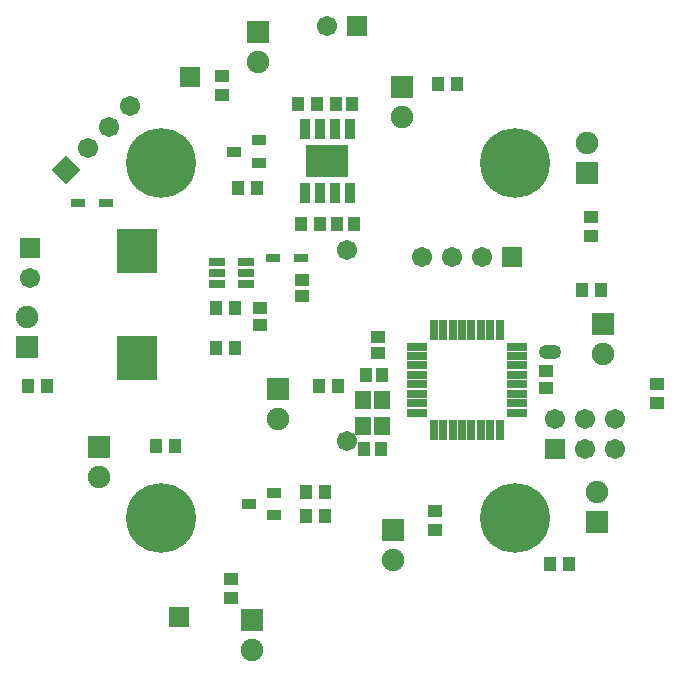
<source format=gts>
G04 Layer_Color=8388736*
%FSLAX24Y24*%
%MOIN*%
G70*
G01*
G75*
%ADD48R,0.0533X0.0631*%
%ADD49R,0.0470X0.0387*%
%ADD50R,0.0434X0.0454*%
%ADD51R,0.0454X0.0434*%
%ADD52R,0.0513X0.0336*%
%ADD53R,0.0387X0.0470*%
%ADD54R,0.1419X0.1069*%
%ADD55R,0.0356X0.0680*%
%ADD56R,0.0513X0.0277*%
%ADD57R,0.0661X0.0316*%
%ADD58R,0.0316X0.0661*%
%ADD59R,0.0552X0.0316*%
%ADD60R,0.1340X0.1478*%
%ADD61R,0.0749X0.0749*%
%ADD62C,0.0749*%
%ADD63R,0.0671X0.0671*%
%ADD64C,0.0671*%
%ADD65C,0.2324*%
%ADD66P,0.0948X4X90.0*%
%ADD67R,0.0671X0.0671*%
%ADD68O,0.0749X0.0474*%
%ADD69C,0.0395*%
D48*
X835Y-1967D02*
D03*
Y-2833D02*
D03*
X1465D02*
D03*
Y-1967D02*
D03*
D49*
X6943Y-1024D02*
D03*
Y-1576D02*
D03*
X1350Y126D02*
D03*
Y-426D02*
D03*
X-1200Y2026D02*
D03*
Y1474D02*
D03*
X-2600Y1076D02*
D03*
Y524D02*
D03*
D50*
X15Y-1500D02*
D03*
X-615D02*
D03*
X7085Y-7450D02*
D03*
X7715D02*
D03*
X-1315Y7900D02*
D03*
X-685D02*
D03*
X-1215Y3900D02*
D03*
X-585D02*
D03*
X-9685Y-1500D02*
D03*
X-10315D02*
D03*
X-1065Y-5850D02*
D03*
X-435D02*
D03*
X-1065Y-5050D02*
D03*
X-435D02*
D03*
X-3315Y5100D02*
D03*
X-2685D02*
D03*
X8135Y1700D02*
D03*
X8765D02*
D03*
X3965Y8550D02*
D03*
X3335D02*
D03*
X-3435Y1100D02*
D03*
X-4065D02*
D03*
Y-250D02*
D03*
X-3435D02*
D03*
X-5435Y-3500D02*
D03*
X-6065D02*
D03*
D51*
X3250Y-5685D02*
D03*
Y-6315D02*
D03*
X-3850Y8185D02*
D03*
Y8815D02*
D03*
X8450Y3485D02*
D03*
Y4115D02*
D03*
X-3550Y-7935D02*
D03*
Y-8565D02*
D03*
X10650Y-1435D02*
D03*
Y-2065D02*
D03*
D52*
X-3463Y6300D02*
D03*
X-2637Y6678D02*
D03*
Y5922D02*
D03*
X-2963Y-5450D02*
D03*
X-2137Y-5072D02*
D03*
Y-5828D02*
D03*
D53*
X476Y7900D02*
D03*
X-76D02*
D03*
X526Y3900D02*
D03*
X-26D02*
D03*
X1476Y-1150D02*
D03*
X924D02*
D03*
X1426Y-3600D02*
D03*
X874D02*
D03*
D54*
X-350Y6000D02*
D03*
D55*
X-1100Y7068D02*
D03*
X-600D02*
D03*
X-100D02*
D03*
X400D02*
D03*
Y4932D02*
D03*
X-100D02*
D03*
X-600D02*
D03*
X-1100D02*
D03*
D56*
X-2150Y2750D02*
D03*
X-1244D02*
D03*
X-7747Y4600D02*
D03*
X-8653D02*
D03*
D57*
X2625Y-198D02*
D03*
Y-513D02*
D03*
Y-828D02*
D03*
Y-1143D02*
D03*
Y-1457D02*
D03*
Y-1772D02*
D03*
Y-2087D02*
D03*
Y-2402D02*
D03*
X5962D02*
D03*
Y-2087D02*
D03*
Y-1772D02*
D03*
Y-1457D02*
D03*
Y-1143D02*
D03*
Y-828D02*
D03*
Y-513D02*
D03*
Y-198D02*
D03*
D58*
X3191Y-2968D02*
D03*
X3506D02*
D03*
X3821D02*
D03*
X4136D02*
D03*
X4451D02*
D03*
X4766D02*
D03*
X5081D02*
D03*
X5396D02*
D03*
Y369D02*
D03*
X5081D02*
D03*
X4766D02*
D03*
X4451D02*
D03*
X4136D02*
D03*
X3821D02*
D03*
X3506D02*
D03*
X3191D02*
D03*
D59*
X-3058Y2624D02*
D03*
Y2250D02*
D03*
Y1876D02*
D03*
X-4042D02*
D03*
Y2250D02*
D03*
Y2624D02*
D03*
D60*
X-6700Y-572D02*
D03*
Y2972D02*
D03*
D61*
X-2850Y-9300D02*
D03*
X-2000Y-1600D02*
D03*
X2150Y8450D02*
D03*
X8850Y550D02*
D03*
X8650Y-6050D02*
D03*
X-7950Y-3550D02*
D03*
X8300Y5600D02*
D03*
X-10350Y-200D02*
D03*
X-2650Y10300D02*
D03*
X1850Y-6300D02*
D03*
D62*
X-2850Y-10300D02*
D03*
X-2000Y-2600D02*
D03*
X2150Y7450D02*
D03*
X8850Y-450D02*
D03*
X8650Y-5050D02*
D03*
X-7950Y-4550D02*
D03*
X8300Y6600D02*
D03*
X-10350Y800D02*
D03*
X-2650Y9300D02*
D03*
X1850Y-7300D02*
D03*
D63*
X5800Y2800D02*
D03*
X7250Y-3600D02*
D03*
X650Y10500D02*
D03*
D64*
X4800Y2800D02*
D03*
X3800D02*
D03*
X2800D02*
D03*
X7250Y-2600D02*
D03*
X8250Y-3600D02*
D03*
Y-2600D02*
D03*
X9250Y-3600D02*
D03*
Y-2600D02*
D03*
X-8343Y6407D02*
D03*
X-7636Y7114D02*
D03*
X-6929Y7821D02*
D03*
X300Y3015D02*
D03*
Y-3354D02*
D03*
X-350Y10500D02*
D03*
X-10250Y2100D02*
D03*
D65*
X-5906Y-5906D02*
D03*
Y5906D02*
D03*
X5906D02*
D03*
Y-5906D02*
D03*
D66*
X-9050Y5700D02*
D03*
D67*
X-5300Y-9200D02*
D03*
X-4936Y8792D02*
D03*
X-10250Y3100D02*
D03*
D68*
X7072Y-391D02*
D03*
D69*
X-100Y5750D02*
D03*
X-700D02*
D03*
X-100Y6250D02*
D03*
X-700D02*
D03*
M02*

</source>
